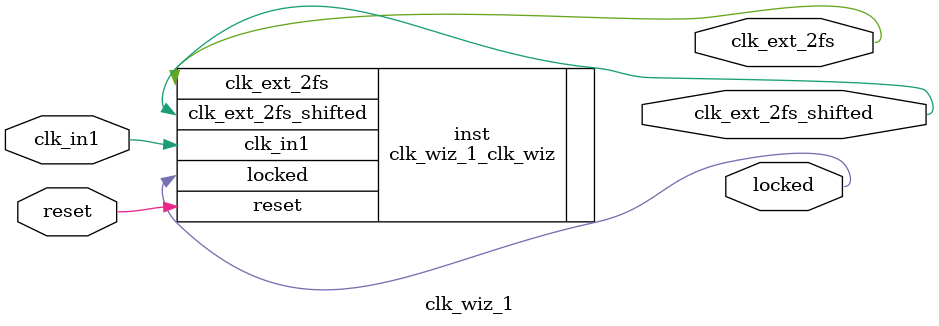
<source format=v>


`timescale 1ps/1ps

(* CORE_GENERATION_INFO = "clk_wiz_1,clk_wiz_v6_0_13_0_0,{component_name=clk_wiz_1,use_phase_alignment=true,use_min_o_jitter=false,use_max_i_jitter=false,use_dyn_phase_shift=false,use_inclk_switchover=false,use_dyn_reconfig=false,enable_axi=0,feedback_source=FDBK_AUTO,PRIMITIVE=PLL,num_out_clk=2,clkin1_period=50.000,clkin2_period=10.0,use_power_down=false,use_reset=true,use_locked=true,use_inclk_stopped=false,feedback_type=SINGLE,CLOCK_MGR_TYPE=NA,manual_override=false}" *)

module clk_wiz_1 
 (
  // Clock out ports
  output        clk_ext_2fs_shifted,
  output        clk_ext_2fs,
  // Status and control signals
  input         reset,
  output        locked,
 // Clock in ports
  input         clk_in1
 );

  clk_wiz_1_clk_wiz inst
  (
  // Clock out ports  
  .clk_ext_2fs_shifted(clk_ext_2fs_shifted),
  .clk_ext_2fs(clk_ext_2fs),
  // Status and control signals               
  .reset(reset), 
  .locked(locked),
 // Clock in ports
  .clk_in1(clk_in1)
  );

endmodule

</source>
